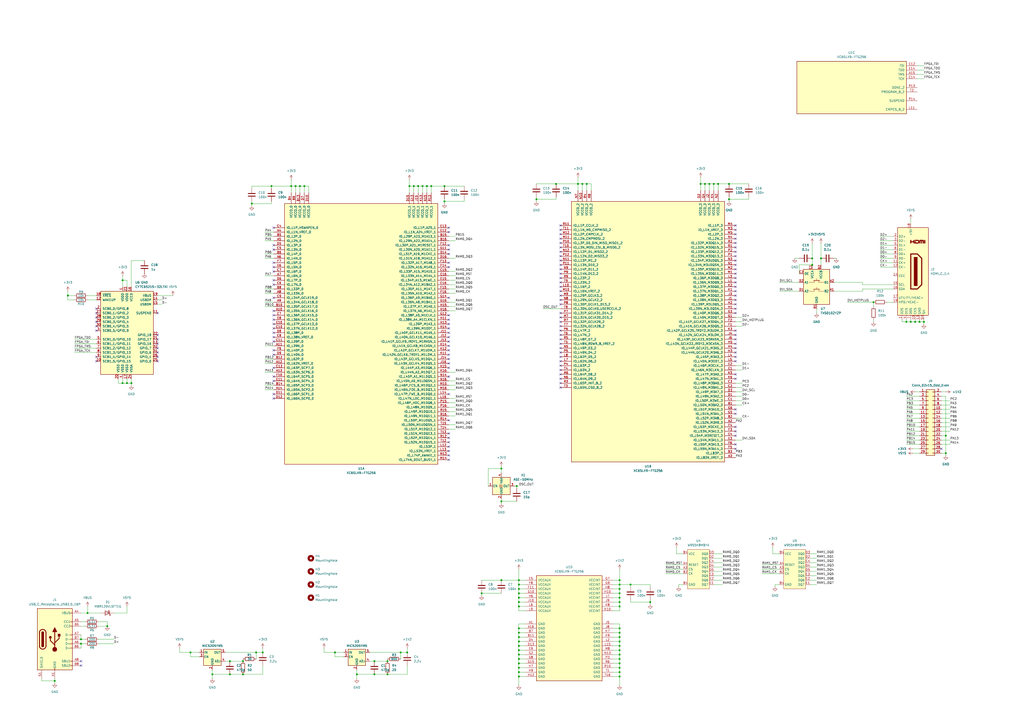
<source format=kicad_sch>
(kicad_sch (version 20231120) (generator "eeschema") (generator_version "8.0")
  (paper "A2")
  (title_block (title "CastleBox FPGA Sandbox"))
  (junction (at 414.02 106.68))
  (junction (at 300.99 367.03))
  (junction (at 359.41 387.35))
  (junction (at 300.99 351.79))
  (junction (at 71.12 222.25))
  (junction (at 416.56 106.68))
  (junction (at 148.59 378.46))
  (junction (at 300.99 379.73))
  (junction (at 359.41 339.09))
  (junction (at 422.91 115.57))
  (junction (at 548.64 252.73))
  (junction (at 359.41 374.65))
  (junction (at 359.41 384.81))
  (junction (at 322.58 106.68))
  (junction (at 300.99 346.71))
  (junction (at 530.86 186.69))
  (junction (at 194.31 378.46))
  (junction (at 359.41 372.11))
  (junction (at 242.57 107.95))
  (junction (at 176.53 107.95))
  (junction (at 359.41 389.89))
  (junction (at 422.91 106.68))
  (junction (at 300.99 382.27))
  (junction (at 359.41 351.79))
  (junction (at 290.83 271.78))
  (junction (at 335.28 106.68))
  (junction (at 408.94 106.68))
  (junction (at 359.41 392.43))
  (junction (at 359.41 346.71))
  (junction (at 411.48 106.68))
  (junction (at 290.83 290.83))
  (junction (at 359.41 349.25))
  (junction (at 71.12 162.56))
  (junction (at 377.19 349.25))
  (junction (at 359.41 367.03))
  (junction (at 359.41 369.57))
  (junction (at 290.83 336.55))
  (junction (at 46.99 370.84))
  (junction (at 548.64 262.89))
  (junction (at 300.99 341.63))
  (junction (at 237.49 107.95))
  (junction (at 207.01 391.16))
  (junction (at 157.48 107.95))
  (junction (at 300.99 349.25))
  (junction (at 359.41 364.49))
  (junction (at 300.99 384.81))
  (junction (at 359.41 377.19))
  (junction (at 535.94 186.69))
  (junction (at 140.97 391.16))
  (junction (at 133.35 383.54))
  (junction (at 359.41 382.27))
  (junction (at 299.72 281.94))
  (junction (at 300.99 387.35))
  (junction (at 506.73 175.26))
  (junction (at 240.03 107.95))
  (junction (at 140.97 383.54))
  (junction (at 62.23 363.22))
  (junction (at 173.99 107.95))
  (junction (at 471.17 153.67))
  (junction (at 525.78 186.69))
  (junction (at 123.19 391.16))
  (junction (at 279.4 344.17))
  (junction (at 73.66 222.25))
  (junction (at 528.32 186.69))
  (junction (at 76.2 222.25))
  (junction (at 217.17 383.54))
  (junction (at 31.75 394.97))
  (junction (at 406.4 106.68))
  (junction (at 257.81 116.84))
  (junction (at 250.19 107.95))
  (junction (at 257.81 107.95))
  (junction (at 300.99 374.65))
  (junction (at 359.41 341.63))
  (junction (at 168.91 107.95))
  (junction (at 337.82 106.68))
  (junction (at 300.99 336.55))
  (junction (at 232.41 378.46))
  (junction (at 171.45 107.95))
  (junction (at 224.79 391.16))
  (junction (at 300.99 369.57))
  (junction (at 300.99 372.11))
  (junction (at 133.35 391.16))
  (junction (at 359.41 336.55))
  (junction (at 365.76 339.09))
  (junction (at 247.65 107.95))
  (junction (at 300.99 339.09))
  (junction (at 311.15 115.57))
  (junction (at 300.99 344.17))
  (junction (at 340.36 106.68))
  (junction (at 39.37 171.45))
  (junction (at 300.99 389.89))
  (junction (at 110.49 378.46))
  (junction (at 533.4 186.69))
  (junction (at 300.99 392.43))
  (junction (at 359.41 344.17))
  (junction (at 300.99 377.19))
  (junction (at 46.99 373.38))
  (junction (at 152.4 378.46))
  (junction (at 471.17 149.86))
  (junction (at 50.8 355.6))
  (junction (at 245.11 107.95))
  (junction (at 300.99 364.49))
  (junction (at 359.41 379.73))
  (junction (at 236.22 378.46))
  (junction (at 224.79 383.54))
  (junction (at 217.17 391.16))
  (junction (at 146.05 118.11))
  (junction (at 476.25 149.86))
  (no_connect (at 158.75 180.34))
  (no_connect (at 260.35 210.82))
  (no_connect (at 91.44 199.39))
  (no_connect (at 325.12 130.81))
  (no_connect (at 158.75 154.94))
  (no_connect (at 426.72 156.21))
  (no_connect (at 426.72 207.01))
  (no_connect (at 426.72 158.75))
  (no_connect (at 325.12 173.99))
  (no_connect (at 426.72 171.45))
  (no_connect (at 325.12 156.21))
  (no_connect (at 55.88 181.61))
  (no_connect (at 260.35 200.66))
  (no_connect (at 260.35 195.58))
  (no_connect (at 426.72 196.85))
  (no_connect (at 426.72 209.55))
  (no_connect (at 325.12 189.23))
  (no_connect (at 260.35 147.32))
  (no_connect (at 158.75 144.78))
  (no_connect (at 91.44 196.85))
  (no_connect (at 55.88 191.77))
  (no_connect (at 260.35 132.08))
  (no_connect (at 158.75 205.74))
  (no_connect (at 260.35 256.54))
  (no_connect (at 260.35 213.36))
  (no_connect (at 260.35 251.46))
  (no_connect (at 325.12 161.29))
  (no_connect (at 91.44 194.31))
  (no_connect (at 325.12 209.55))
  (no_connect (at 158.75 203.2))
  (no_connect (at 260.35 152.4))
  (no_connect (at 325.12 151.13))
  (no_connect (at 325.12 135.89))
  (no_connect (at 260.35 134.62))
  (no_connect (at 426.72 176.53))
  (no_connect (at 260.35 182.88))
  (no_connect (at 158.75 162.56))
  (no_connect (at 426.72 179.07))
  (no_connect (at 55.88 207.01))
  (no_connect (at 55.88 186.69))
  (no_connect (at 426.72 181.61))
  (no_connect (at 426.72 143.51))
  (no_connect (at 325.12 181.61))
  (no_connect (at 426.72 148.59))
  (no_connect (at 260.35 261.62))
  (no_connect (at 426.72 161.29))
  (no_connect (at 426.72 201.93))
  (no_connect (at 426.72 168.91))
  (no_connect (at 158.75 195.58))
  (no_connect (at 426.72 260.35))
  (no_connect (at 158.75 142.24))
  (no_connect (at 158.75 157.48))
  (no_connect (at 426.72 257.81))
  (no_connect (at 325.12 133.35))
  (no_connect (at 158.75 218.44))
  (no_connect (at 426.72 247.65))
  (no_connect (at 260.35 198.12))
  (no_connect (at 158.75 182.88))
  (no_connect (at 426.72 146.05))
  (no_connect (at 260.35 266.7))
  (no_connect (at 426.72 219.71))
  (no_connect (at 158.75 190.5))
  (no_connect (at 46.99 386.08))
  (no_connect (at 426.72 194.31))
  (no_connect (at 325.12 204.47))
  (no_connect (at 158.75 231.14))
  (no_connect (at 426.72 240.03))
  (no_connect (at 325.12 171.45))
  (no_connect (at 325.12 199.39))
  (no_connect (at 426.72 252.73))
  (no_connect (at 260.35 144.78))
  (no_connect (at 426.72 199.39))
  (no_connect (at 55.88 179.07))
  (no_connect (at 426.72 138.43))
  (no_connect (at 158.75 185.42))
  (no_connect (at 426.72 130.81))
  (no_connect (at 260.35 193.04))
  (no_connect (at 325.12 196.85))
  (no_connect (at 426.72 191.77))
  (no_connect (at 426.72 237.49))
  (no_connect (at 260.35 243.84))
  (no_connect (at 325.12 224.79))
  (no_connect (at 158.75 213.36))
  (no_connect (at 260.35 228.6))
  (no_connect (at 325.12 138.43))
  (no_connect (at 158.75 228.6))
  (no_connect (at 325.12 191.77))
  (no_connect (at 260.35 185.42))
  (no_connect (at 426.72 133.35))
  (no_connect (at 325.12 219.71))
  (no_connect (at 260.35 218.44))
  (no_connect (at 91.44 207.01))
  (no_connect (at 260.35 264.16))
  (no_connect (at 158.75 165.1))
  (no_connect (at 260.35 142.24))
  (no_connect (at 325.12 212.09))
  (no_connect (at 325.12 158.75))
  (no_connect (at 260.35 187.96))
  (no_connect (at 426.72 135.89))
  (no_connect (at 426.72 217.17))
  (no_connect (at 426.72 163.83))
  (no_connect (at 325.12 186.69))
  (no_connect (at 325.12 194.31))
  (no_connect (at 325.12 146.05))
  (no_connect (at 260.35 172.72))
  (no_connect (at 91.44 201.93))
  (no_connect (at 260.35 154.94))
  (no_connect (at 55.88 189.23))
  (no_connect (at 546.1 260.35))
  (no_connect (at 325.12 166.37))
  (no_connect (at 325.12 217.17))
  (no_connect (at 325.12 207.01))
  (no_connect (at 158.75 172.72))
  (no_connect (at 325.12 163.83))
  (no_connect (at 158.75 152.4))
  (no_connect (at 260.35 259.08))
  (no_connect (at 55.88 209.55))
  (no_connect (at 426.72 173.99))
  (no_connect (at 91.44 204.47))
  (no_connect (at 325.12 140.97))
  (no_connect (at 325.12 214.63))
  (no_connect (at 426.72 151.13))
  (no_connect (at 325.12 222.25))
  (no_connect (at 325.12 143.51))
  (no_connect (at 260.35 190.5))
  (no_connect (at 260.35 203.2))
  (no_connect (at 260.35 205.74))
  (no_connect (at 325.12 176.53))
  (no_connect (at 260.35 254))
  (no_connect (at 325.12 148.59))
  (no_connect (at 426.72 204.47))
  (no_connect (at 426.72 140.97))
  (no_connect (at 325.12 153.67))
  (no_connect (at 158.75 187.96))
  (no_connect (at 55.88 184.15))
  (no_connect (at 426.72 153.67))
  (no_connect (at 325.12 184.15))
  (no_connect (at 260.35 208.28))
  (no_connect (at 325.12 201.93))
  (no_connect (at 426.72 166.37))
  (no_connect (at 91.44 209.55))
  (no_connect (at 158.75 198.12))
  (no_connect (at 426.72 250.19))
  (no_connect (at 158.75 132.08))
  (no_connect (at 91.44 181.61))
  (no_connect (at 158.75 220.98))
  (no_connect (at 46.99 383.54))
  (no_connect (at 325.12 168.91))
  (no_connect (at 158.75 193.04))
  (wire (pts (xy 359.41 339.09) (xy 359.41 341.63)))
  (wire (pts (xy 355.6 351.79) (xy 359.41 351.79)))
  (wire (pts (xy 416.56 106.68) (xy 422.91 106.68)))
  (wire (pts (xy 168.91 107.95) (xy 171.45 107.95)))
  (wire (pts (xy 300.99 341.63) (xy 300.99 344.17)))
  (wire (pts (xy 57.15 370.84) (xy 66.04 370.84)))
  (wire (pts (xy 279.4 336.55) (xy 290.83 336.55)))
  (wire (pts (xy 452.12 163.83) (xy 463.55 163.83)))
  (wire (pts (xy 168.91 104.14) (xy 168.91 107.95)))
  (wire (pts (xy 359.41 382.27) (xy 359.41 384.81)))
  (wire (pts (xy 529.59 260.35) (xy 533.4 260.35)))
  (wire (pts (xy 359.41 351.79) (xy 359.41 354.33)))
  (wire (pts (xy 43.18 199.39) (xy 55.88 199.39)))
  (wire (pts (xy 153.67 170.18) (xy 158.75 170.18)))
  (wire (pts (xy 110.49 381) (xy 110.49 378.46)))
  (wire (pts (xy 300.99 387.35) (xy 304.8 387.35)))
  (wire (pts (xy 250.19 107.95) (xy 247.65 107.95)))
  (wire (pts (xy 525.78 186.69) (xy 528.32 186.69)))
  (wire (pts (xy 463.55 153.67) (xy 471.17 153.67)))
  (wire (pts (xy 525.78 229.87) (xy 533.4 229.87)))
  (wire (pts (xy 426.72 224.79) (xy 430.53 224.79)))
  (wire (pts (xy 473.71 323.85) (xy 469.9 323.85)))
  (wire (pts (xy 260.35 226.06) (xy 264.16 226.06)))
  (wire (pts (xy 242.57 107.95) (xy 245.11 107.95)))
  (wire (pts (xy 245.11 107.95) (xy 247.65 107.95)))
  (wire (pts (xy 300.99 382.27) (xy 300.99 384.81)))
  (wire (pts (xy 441.96 330.2) (xy 452.12 330.2)))
  (wire (pts (xy 510.54 139.7) (xy 518.16 139.7)))
  (wire (pts (xy 250.19 107.95) (xy 257.81 107.95)))
  (wire (pts (xy 269.24 115.57) (xy 269.24 116.84)))
  (wire (pts (xy 300.99 364.49) (xy 300.99 367.03)))
  (wire (pts (xy 448.31 321.31) (xy 452.12 321.31)))
  (wire (pts (xy 300.99 364.49) (xy 304.8 364.49)))
  (wire (pts (xy 115.57 381) (xy 110.49 381)))
  (wire (pts (xy 194.31 381) (xy 194.31 378.46)))
  (wire (pts (xy 386.08 327.66) (xy 396.24 327.66)))
  (wire (pts (xy 76.2 222.25) (xy 76.2 223.52)))
  (wire (pts (xy 300.99 344.17) (xy 304.8 344.17)))
  (wire (pts (xy 551.18 234.95) (xy 546.1 234.95)))
  (wire (pts (xy 342.9 106.68) (xy 342.9 110.49)))
  (wire (pts (xy 152.4 391.16) (xy 140.97 391.16)))
  (wire (pts (xy 426.72 186.69) (xy 430.53 186.69)))
  (wire (pts (xy 525.78 245.11) (xy 533.4 245.11)))
  (wire (pts (xy 260.35 231.14) (xy 264.16 231.14)))
  (wire (pts (xy 359.41 361.95) (xy 355.6 361.95)))
  (wire (pts (xy 548.64 252.73) (xy 548.64 229.87)))
  (wire (pts (xy 217.17 383.54) (xy 224.79 383.54)))
  (wire (pts (xy 39.37 171.45) (xy 43.18 171.45)))
  (wire (pts (xy 283.21 271.78) (xy 290.83 271.78)))
  (wire (pts (xy 146.05 116.84) (xy 146.05 118.11)))
  (wire (pts (xy 104.14 375.92) (xy 104.14 378.46)))
  (wire (pts (xy 337.82 106.68) (xy 340.36 106.68)))
  (wire (pts (xy 476.25 149.86) (xy 476.25 153.67)))
  (wire (pts (xy 91.44 176.53) (xy 93.98 176.53)))
  (wire (pts (xy 392.43 317.5) (xy 392.43 321.31)))
  (wire (pts (xy 510.54 154.94) (xy 518.16 154.94)))
  (wire (pts (xy 260.35 233.68) (xy 264.16 233.68)))
  (wire (pts (xy 322.58 114.3) (xy 322.58 115.57)))
  (wire (pts (xy 50.8 355.6) (xy 58.42 355.6)))
  (wire (pts (xy 43.18 201.93) (xy 55.88 201.93)))
  (wire (pts (xy 422.91 106.68) (xy 434.34 106.68)))
  (wire (pts (xy 153.67 208.28) (xy 158.75 208.28)))
  (wire (pts (xy 426.72 189.23) (xy 430.53 189.23)))
  (wire (pts (xy 300.99 389.89) (xy 304.8 389.89)))
  (wire (pts (xy 500.38 165.1) (xy 500.38 163.83)))
  (wire (pts (xy 260.35 180.34) (xy 264.16 180.34)))
  (wire (pts (xy 300.99 372.11) (xy 300.99 374.65)))
  (wire (pts (xy 416.56 110.49) (xy 416.56 106.68)))
  (wire (pts (xy 311.15 115.57) (xy 322.58 115.57)))
  (wire (pts (xy 359.41 372.11) (xy 355.6 372.11)))
  (wire (pts (xy 510.54 149.86) (xy 518.16 149.86)))
  (wire (pts (xy 260.35 223.52) (xy 264.16 223.52)))
  (wire (pts (xy 39.37 171.45) (xy 39.37 168.91)))
  (wire (pts (xy 232.41 378.46) (xy 232.41 382.27)))
  (wire (pts (xy 546.1 227.33) (xy 548.64 227.33)))
  (wire (pts (xy 260.35 215.9) (xy 264.16 215.9)))
  (wire (pts (xy 299.72 281.94) (xy 300.99 281.94)))
  (wire (pts (xy 43.18 204.47) (xy 55.88 204.47)))
  (wire (pts (xy 279.4 344.17) (xy 279.4 345.44)))
  (wire (pts (xy 153.67 134.62) (xy 158.75 134.62)))
  (wire (pts (xy 551.18 245.11) (xy 546.1 245.11)))
  (wire (pts (xy 300.99 339.09) (xy 304.8 339.09)))
  (wire (pts (xy 153.67 149.86) (xy 158.75 149.86)))
  (wire (pts (xy 340.36 106.68) (xy 342.9 106.68)))
  (wire (pts (xy 359.41 382.27) (xy 355.6 382.27)))
  (wire (pts (xy 207.01 388.62) (xy 207.01 391.16)))
  (wire (pts (xy 148.59 378.46) (xy 152.4 378.46)))
  (wire (pts (xy 426.72 184.15) (xy 430.53 184.15)))
  (wire (pts (xy 359.41 384.81) (xy 355.6 384.81)))
  (wire (pts (xy 476.25 140.97) (xy 476.25 149.86)))
  (wire (pts (xy 300.99 367.03) (xy 304.8 367.03)))
  (wire (pts (xy 71.12 219.71) (xy 71.12 222.25)))
  (wire (pts (xy 525.78 237.49) (xy 533.4 237.49)))
  (wire (pts (xy 300.99 361.95) (xy 300.99 364.49)))
  (wire (pts (xy 355.6 346.71) (xy 359.41 346.71)))
  (wire (pts (xy 153.67 139.7) (xy 158.75 139.7)))
  (wire (pts (xy 473.71 331.47) (xy 469.9 331.47)))
  (wire (pts (xy 260.35 175.26) (xy 264.16 175.26)))
  (wire (pts (xy 365.76 349.25) (xy 377.19 349.25)))
  (wire (pts (xy 300.99 354.33) (xy 304.8 354.33)))
  (wire (pts (xy 533.4 185.42) (xy 533.4 186.69)))
  (wire (pts (xy 426.72 255.27) (xy 430.53 255.27)))
  (wire (pts (xy 50.8 355.6) (xy 46.99 355.6)))
  (wire (pts (xy 260.35 170.18) (xy 264.16 170.18)))
  (wire (pts (xy 300.99 387.35) (xy 300.99 389.89)))
  (wire (pts (xy 298.45 281.94) (xy 299.72 281.94)))
  (wire (pts (xy 419.1 321.31) (xy 414.02 321.31)))
  (wire (pts (xy 260.35 165.1) (xy 264.16 165.1)))
  (wire (pts (xy 359.41 387.35) (xy 355.6 387.35)))
  (wire (pts (xy 506.73 175.26) (xy 506.73 177.8)))
  (wire (pts (xy 426.72 227.33) (xy 430.53 227.33)))
  (wire (pts (xy 76.2 151.13) (xy 83.82 151.13)))
  (wire (pts (xy 46.99 373.38) (xy 46.99 375.92)))
  (wire (pts (xy 214.63 383.54) (xy 217.17 383.54)))
  (wire (pts (xy 130.81 383.54) (xy 133.35 383.54)))
  (wire (pts (xy 260.35 241.3) (xy 264.16 241.3)))
  (wire (pts (xy 322.58 106.68) (xy 335.28 106.68)))
  (wire (pts (xy 237.49 107.95) (xy 240.03 107.95)))
  (wire (pts (xy 463.55 158.75) (xy 463.55 153.67)))
  (wire (pts (xy 300.99 349.25) (xy 304.8 349.25)))
  (wire (pts (xy 300.99 392.43) (xy 304.8 392.43)))
  (wire (pts (xy 260.35 157.48) (xy 264.16 157.48)))
  (wire (pts (xy 300.99 341.63) (xy 304.8 341.63)))
  (wire (pts (xy 299.72 281.94) (xy 299.72 283.21)))
  (wire (pts (xy 359.41 361.95) (xy 359.41 364.49)))
  (wire (pts (xy 24.13 394.97) (xy 24.13 393.7)))
  (wire (pts (xy 300.99 374.65) (xy 300.99 377.19)))
  (wire (pts (xy 510.54 147.32) (xy 518.16 147.32)))
  (wire (pts (xy 173.99 107.95) (xy 173.99 111.76)))
  (wire (pts (xy 419.1 334.01) (xy 414.02 334.01)))
  (wire (pts (xy 483.87 168.91) (xy 500.38 168.91)))
  (wire (pts (xy 46.99 363.22) (xy 49.53 363.22)))
  (wire (pts (xy 245.11 107.95) (xy 245.11 111.76)))
  (wire (pts (xy 153.67 200.66) (xy 158.75 200.66)))
  (wire (pts (xy 471.17 149.86) (xy 471.17 153.67)))
  (wire (pts (xy 290.83 336.55) (xy 300.99 336.55)))
  (wire (pts (xy 300.99 349.25) (xy 300.99 351.79)))
  (wire (pts (xy 71.12 222.25) (xy 73.66 222.25)))
  (wire (pts (xy 207.01 391.16) (xy 207.01 393.7)))
  (wire (pts (xy 359.41 379.73) (xy 359.41 382.27)))
  (wire (pts (xy 359.41 392.43) (xy 355.6 392.43)))
  (wire (pts (xy 506.73 185.42) (xy 506.73 186.69)))
  (wire (pts (xy 359.41 387.35) (xy 359.41 389.89)))
  (wire (pts (xy 290.83 290.83) (xy 299.72 290.83)))
  (wire (pts (xy 31.75 394.97) (xy 24.13 394.97)))
  (wire (pts (xy 300.99 367.03) (xy 300.99 369.57)))
  (wire (pts (xy 386.08 332.74) (xy 396.24 332.74)))
  (wire (pts (xy 377.19 347.98) (xy 377.19 349.25)))
  (wire (pts (xy 419.1 331.47) (xy 414.02 331.47)))
  (wire (pts (xy 260.35 149.86) (xy 264.16 149.86)))
  (wire (pts (xy 525.78 255.27) (xy 533.4 255.27)))
  (wire (pts (xy 377.19 339.09) (xy 365.76 339.09)))
  (wire (pts (xy 300.99 377.19) (xy 304.8 377.19)))
  (wire (pts (xy 500.38 168.91) (xy 500.38 167.64)))
  (wire (pts (xy 548.64 264.16) (xy 548.64 262.89)))
  (wire (pts (xy 359.41 389.89) (xy 359.41 392.43)))
  (wire (pts (xy 355.6 354.33) (xy 359.41 354.33)))
  (wire (pts (xy 57.15 360.68) (xy 62.23 360.68)))
  (wire (pts (xy 426.72 242.57) (xy 430.53 242.57)))
  (wire (pts (xy 91.44 173.99) (xy 93.98 173.99)))
  (wire (pts (xy 551.18 257.81) (xy 546.1 257.81)))
  (wire (pts (xy 419.1 339.09) (xy 414.02 339.09)))
  (wire (pts (xy 152.4 375.92) (xy 152.4 378.46)))
  (wire (pts (xy 290.83 271.78) (xy 290.83 274.32)))
  (wire (pts (xy 473.71 339.09) (xy 469.9 339.09)))
  (wire (pts (xy 525.78 185.42) (xy 525.78 186.69)))
  (wire (pts (xy 140.97 391.16) (xy 133.35 391.16)))
  (wire (pts (xy 71.12 162.56) (xy 71.12 166.37)))
  (wire (pts (xy 153.67 177.8) (xy 158.75 177.8)))
  (wire (pts (xy 355.6 349.25) (xy 359.41 349.25)))
  (wire (pts (xy 168.91 107.95) (xy 157.48 107.95)))
  (wire (pts (xy 236.22 386.08) (xy 236.22 391.16)))
  (wire (pts (xy 73.66 166.37) (xy 73.66 162.56)))
  (wire (pts (xy 419.1 328.93) (xy 414.02 328.93)))
  (wire (pts (xy 359.41 336.55) (xy 359.41 339.09)))
  (wire (pts (xy 355.6 344.17) (xy 359.41 344.17)))
  (wire (pts (xy 441.96 327.66) (xy 452.12 327.66)))
  (wire (pts (xy 153.67 226.06) (xy 158.75 226.06)))
  (wire (pts (xy 173.99 107.95) (xy 176.53 107.95)))
  (wire (pts (xy 311.15 114.3) (xy 311.15 115.57)))
  (wire (pts (xy 416.56 106.68) (xy 414.02 106.68)))
  (wire (pts (xy 300.99 351.79) (xy 304.8 351.79)))
  (wire (pts (xy 260.35 160.02) (xy 264.16 160.02)))
  (wire (pts (xy 523.24 186.69) (xy 525.78 186.69)))
  (wire (pts (xy 46.99 373.38) (xy 49.53 373.38)))
  (wire (pts (xy 528.32 185.42) (xy 528.32 186.69)))
  (wire (pts (xy 290.83 289.56) (xy 290.83 290.83)))
  (wire (pts (xy 340.36 106.68) (xy 340.36 110.49)))
  (wire (pts (xy 359.41 377.19) (xy 355.6 377.19)))
  (wire (pts (xy 283.21 281.94) (xy 283.21 271.78)))
  (wire (pts (xy 300.99 361.95) (xy 304.8 361.95)))
  (wire (pts (xy 187.96 378.46) (xy 194.31 378.46)))
  (wire (pts (xy 146.05 118.11) (xy 157.48 118.11)))
  (wire (pts (xy 355.6 336.55) (xy 359.41 336.55)))
  (wire (pts (xy 426.72 212.09) (xy 430.53 212.09)))
  (wire (pts (xy 300.99 382.27) (xy 304.8 382.27)))
  (wire (pts (xy 290.83 270.51) (xy 290.83 271.78)))
  (wire (pts (xy 426.72 222.25) (xy 430.53 222.25)))
  (wire (pts (xy 91.44 171.45) (xy 100.33 171.45)))
  (wire (pts (xy 260.35 139.7) (xy 264.16 139.7)))
  (wire (pts (xy 50.8 171.45) (xy 55.88 171.45)))
  (wire (pts (xy 426.72 214.63) (xy 430.53 214.63)))
  (wire (pts (xy 214.63 378.46) (xy 232.41 378.46)))
  (wire (pts (xy 335.28 106.68) (xy 337.82 106.68)))
  (wire (pts (xy 171.45 107.95) (xy 173.99 107.95)))
  (wire (pts (xy 359.41 369.57) (xy 359.41 372.11)))
  (wire (pts (xy 140.97 382.27) (xy 140.97 383.54)))
  (wire (pts (xy 419.1 326.39) (xy 414.02 326.39)))
  (wire (pts (xy 76.2 166.37) (xy 76.2 151.13)))
  (wire (pts (xy 525.78 242.57) (xy 533.4 242.57)))
  (wire (pts (xy 157.48 107.95) (xy 146.05 107.95)))
  (wire (pts (xy 419.1 336.55) (xy 414.02 336.55)))
  (wire (pts (xy 260.35 246.38) (xy 264.16 246.38)))
  (wire (pts (xy 46.99 370.84) (xy 49.53 370.84)))
  (wire (pts (xy 43.18 196.85) (xy 55.88 196.85)))
  (wire (pts (xy 240.03 107.95) (xy 240.03 111.76)))
  (wire (pts (xy 359.41 346.71) (xy 359.41 349.25)))
  (wire (pts (xy 146.05 107.95) (xy 146.05 109.22)))
  (wire (pts (xy 406.4 106.68) (xy 408.94 106.68)))
  (wire (pts (xy 510.54 144.78) (xy 518.16 144.78)))
  (wire (pts (xy 257.81 107.95) (xy 269.24 107.95)))
  (wire (pts (xy 510.54 142.24) (xy 518.16 142.24)))
  (wire (pts (xy 473.71 334.01) (xy 469.9 334.01)))
  (wire (pts (xy 518.16 165.1) (xy 500.38 165.1)))
  (wire (pts (xy 377.19 340.36) (xy 377.19 339.09)))
  (wire (pts (xy 260.35 248.92) (xy 264.16 248.92)))
  (wire (pts (xy 153.67 137.16) (xy 158.75 137.16)))
  (wire (pts (xy 148.59 378.46) (xy 148.59 382.27)))
  (wire (pts (xy 153.67 215.9) (xy 158.75 215.9)))
  (wire (pts (xy 300.99 351.79) (xy 300.99 354.33)))
  (wire (pts (xy 50.8 173.99) (xy 55.88 173.99)))
  (wire (pts (xy 355.6 341.63) (xy 359.41 341.63)))
  (wire (pts (xy 392.43 321.31) (xy 396.24 321.31)))
  (wire (pts (xy 194.31 378.46) (xy 199.39 378.46)))
  (wire (pts (xy 236.22 375.92) (xy 236.22 378.46)))
  (wire (pts (xy 260.35 220.98) (xy 264.16 220.98)))
  (wire (pts (xy 300.99 339.09) (xy 300.99 341.63)))
  (wire (pts (xy 300.99 330.2) (xy 300.99 336.55)))
  (wire (pts (xy 50.8 351.79) (xy 50.8 355.6)))
  (wire (pts (xy 514.35 175.26) (xy 518.16 175.26)))
  (wire (pts (xy 71.12 160.02) (xy 71.12 162.56)))
  (wire (pts (xy 57.15 373.38) (xy 66.04 373.38)))
  (wire (pts (xy 68.58 219.71) (xy 68.58 222.25)))
  (wire (pts (xy 365.76 347.98) (xy 365.76 349.25)))
  (wire (pts (xy 257.81 115.57) (xy 257.81 116.84)))
  (wire (pts (xy 551.18 255.27) (xy 546.1 255.27)))
  (wire (pts (xy 300.99 346.71) (xy 300.99 349.25)))
  (wire (pts (xy 311.15 106.68) (xy 322.58 106.68)))
  (wire (pts (xy 473.71 328.93) (xy 469.9 328.93)))
  (wire (pts (xy 232.41 378.46) (xy 236.22 378.46)))
  (wire (pts (xy 535.94 40.64) (xy 532.13 40.64)))
  (wire (pts (xy 359.41 339.09) (xy 365.76 339.09)))
  (wire (pts (xy 31.75 393.7) (xy 31.75 394.97)))
  (wire (pts (xy 525.78 250.19) (xy 533.4 250.19)))
  (wire (pts (xy 430.53 234.95) (xy 426.72 234.95)))
  (wire (pts (xy 300.99 369.57) (xy 300.99 372.11)))
  (wire (pts (xy 500.38 167.64) (xy 518.16 167.64)))
  (wire (pts (xy 76.2 219.71) (xy 76.2 222.25)))
  (wire (pts (xy 359.41 364.49) (xy 355.6 364.49)))
  (wire (pts (xy 546.1 262.89) (xy 548.64 262.89)))
  (wire (pts (xy 337.82 106.68) (xy 337.82 110.49)))
  (wire (pts (xy 146.05 118.11) (xy 146.05 119.38)))
  (wire (pts (xy 359.41 392.43) (xy 359.41 397.51)))
  (wire (pts (xy 300.99 392.43) (xy 300.99 397.51)))
  (wire (pts (xy 236.22 391.16) (xy 224.79 391.16)))
  (wire (pts (xy 242.57 107.95) (xy 242.57 111.76)))
  (wire (pts (xy 300.99 374.65) (xy 304.8 374.65)))
  (wire (pts (xy 359.41 344.17) (xy 359.41 346.71)))
  (wire (pts (xy 471.17 140.97) (xy 471.17 149.86)))
  (wire (pts (xy 535.94 38.1) (xy 532.13 38.1)))
  (wire (pts (xy 123.19 388.62) (xy 123.19 391.16)))
  (wire (pts (xy 237.49 104.14) (xy 237.49 107.95)))
  (wire (pts (xy 207.01 391.16) (xy 217.17 391.16)))
  (wire (pts (xy 62.23 360.68) (xy 62.23 363.22)))
  (wire (pts (xy 510.54 137.16) (xy 518.16 137.16)))
  (wire (pts (xy 461.01 149.86) (xy 463.55 149.86)))
  (wire (pts (xy 434.34 114.3) (xy 434.34 115.57)))
  (wire (pts (xy 57.15 363.22) (xy 62.23 363.22)))
  (wire (pts (xy 528.32 127) (xy 528.32 129.54)))
  (wire (pts (xy 73.66 162.56) (xy 71.12 162.56)))
  (wire (pts (xy 46.99 368.3) (xy 46.99 370.84)))
  (wire (pts (xy 473.71 336.55) (xy 469.9 336.55)))
  (wire (pts (xy 411.48 106.68) (xy 411.48 110.49)))
  (wire (pts (xy 217.17 391.16) (xy 224.79 391.16)))
  (wire (pts (xy 130.81 378.46) (xy 148.59 378.46)))
  (wire (pts (xy 525.78 247.65) (xy 533.4 247.65)))
  (wire (pts (xy 153.67 147.32) (xy 158.75 147.32)))
  (wire (pts (xy 535.94 186.69) (xy 535.94 187.96)))
  (wire (pts (xy 176.53 107.95) (xy 176.53 111.76)))
  (wire (pts (xy 73.66 351.79) (xy 73.66 355.6)))
  (wire (pts (xy 168.91 107.95) (xy 168.91 111.76)))
  (wire (pts (xy 359.41 341.63) (xy 359.41 344.17)))
  (wire (pts (xy 260.35 137.16) (xy 264.16 137.16)))
  (wire (pts (xy 260.35 162.56) (xy 264.16 162.56)))
  (wire (pts (xy 530.86 227.33) (xy 533.4 227.33)))
  (wire (pts (xy 548.64 252.73) (xy 546.1 252.73)))
  (wire (pts (xy 104.14 378.46) (xy 110.49 378.46)))
  (wire (pts (xy 548.64 262.89) (xy 548.64 252.73)))
  (wire (pts (xy 406.4 102.87) (xy 406.4 106.68)))
  (wire (pts (xy 237.49 107.95) (xy 237.49 111.76)))
  (wire (pts (xy 73.66 219.71) (xy 73.66 222.25)))
  (wire (pts (xy 422.91 115.57) (xy 434.34 115.57)))
  (wire (pts (xy 314.96 179.07) (xy 325.12 179.07)))
  (wire (pts (xy 551.18 237.49) (xy 546.1 237.49)))
  (wire (pts (xy 300.99 344.17) (xy 300.99 346.71)))
  (wire (pts (xy 510.54 152.4) (xy 518.16 152.4)))
  (wire (pts (xy 355.6 339.09) (xy 359.41 339.09)))
  (wire (pts (xy 300.99 336.55) (xy 300.99 339.09)))
  (wire (pts (xy 257.81 116.84) (xy 269.24 116.84)))
  (wire (pts (xy 240.03 107.95) (xy 242.57 107.95)))
  (wire (pts (xy 43.18 173.99) (xy 39.37 173.99)))
  (wire (pts (xy 153.67 175.26) (xy 158.75 175.26)))
  (wire (pts (xy 393.7 339.09) (xy 393.7 340.36)))
  (wire (pts (xy 133.35 383.54) (xy 140.97 383.54)))
  (wire (pts (xy 525.78 252.73) (xy 533.4 252.73)))
  (wire (pts (xy 386.08 330.2) (xy 396.24 330.2)))
  (wire (pts (xy 548.64 229.87) (xy 546.1 229.87)))
  (wire (pts (xy 535.94 45.72) (xy 532.13 45.72)))
  (wire (pts (xy 530.86 186.69) (xy 533.4 186.69)))
  (wire (pts (xy 260.35 236.22) (xy 264.16 236.22)))
  (wire (pts (xy 260.35 177.8) (xy 264.16 177.8)))
  (wire (pts (xy 473.71 326.39) (xy 469.9 326.39)))
  (wire (pts (xy 187.96 375.92) (xy 187.96 378.46)))
  (wire (pts (xy 525.78 232.41) (xy 533.4 232.41)))
  (wire (pts (xy 426.72 229.87) (xy 430.53 229.87)))
  (wire (pts (xy 551.18 240.03) (xy 546.1 240.03)))
  (wire (pts (xy 110.49 378.46) (xy 115.57 378.46)))
  (wire (pts (xy 396.24 339.09) (xy 393.7 339.09)))
  (wire (pts (xy 73.66 222.25) (xy 76.2 222.25)))
  (wire (pts (xy 525.78 240.03) (xy 533.4 240.03)))
  (wire (pts (xy 157.48 107.95) (xy 157.48 109.22)))
  (wire (pts (xy 250.19 111.76) (xy 250.19 107.95)))
  (wire (pts (xy 359.41 349.25) (xy 359.41 351.79)))
  (wire (pts (xy 359.41 379.73) (xy 355.6 379.73)))
  (wire (pts (xy 452.12 168.91) (xy 463.55 168.91)))
  (wire (pts (xy 448.31 317.5) (xy 448.31 321.31)))
  (wire (pts (xy 359.41 367.03) (xy 355.6 367.03)))
  (wire (pts (xy 257.81 116.84) (xy 257.81 118.11)))
  (wire (pts (xy 408.94 106.68) (xy 408.94 110.49)))
  (wire (pts (xy 359.41 372.11) (xy 359.41 374.65)))
  (wire (pts (xy 411.48 106.68) (xy 414.02 106.68)))
  (wire (pts (xy 359.41 369.57) (xy 355.6 369.57)))
  (wire (pts (xy 551.18 232.41) (xy 546.1 232.41)))
  (wire (pts (xy 551.18 242.57) (xy 546.1 242.57)))
  (wire (pts (xy 408.94 106.68) (xy 411.48 106.68)))
  (wire (pts (xy 422.91 115.57) (xy 422.91 116.84)))
  (wire (pts (xy 300.99 384.81) (xy 300.99 387.35)))
  (wire (pts (xy 533.4 186.69) (xy 535.94 186.69)))
  (wire (pts (xy 260.35 238.76) (xy 264.16 238.76)))
  (wire (pts (xy 171.45 107.95) (xy 171.45 111.76)))
  (wire (pts (xy 452.12 339.09) (xy 449.58 339.09)))
  (wire (pts (xy 311.15 115.57) (xy 311.15 116.84)))
  (wire (pts (xy 359.41 367.03) (xy 359.41 369.57)))
  (wire (pts (xy 68.58 222.25) (xy 71.12 222.25)))
  (wire (pts (xy 39.37 173.99) (xy 39.37 171.45)))
  (wire (pts (xy 157.48 116.84) (xy 157.48 118.11)))
  (wire (pts (xy 359.41 364.49) (xy 359.41 367.03)))
  (wire (pts (xy 528.32 186.69) (xy 530.86 186.69)))
  (wire (pts (xy 359.41 374.65) (xy 355.6 374.65)))
  (wire (pts (xy 422.91 114.3) (xy 422.91 115.57)))
  (wire (pts (xy 551.18 250.19) (xy 546.1 250.19)))
  (wire (pts (xy 153.67 210.82) (xy 158.75 210.82)))
  (wire (pts (xy 377.19 349.25) (xy 377.19 350.52)))
  (wire (pts (xy 153.67 160.02) (xy 158.75 160.02)))
  (wire (pts (xy 406.4 106.68) (xy 406.4 110.49)))
  (wire (pts (xy 300.99 384.81) (xy 304.8 384.81)))
  (wire (pts (xy 491.49 175.26) (xy 506.73 175.26)))
  (wire (pts (xy 300.99 372.11) (xy 304.8 372.11)))
  (wire (pts (xy 473.71 179.07) (xy 473.71 181.61)))
  (wire (pts (xy 335.28 102.87) (xy 335.28 106.68)))
  (wire (pts (xy 300.99 336.55) (xy 304.8 336.55)))
  (wire (pts (xy 359.41 389.89) (xy 355.6 389.89)))
  (wire (pts (xy 73.66 355.6) (xy 66.04 355.6)))
  (wire (pts (xy 359.41 330.2) (xy 359.41 336.55)))
  (wire (pts (xy 426.72 232.41) (xy 430.53 232.41)))
  (wire (pts (xy 525.78 234.95) (xy 533.4 234.95)))
  (wire (pts (xy 500.38 163.83) (xy 483.87 163.83)))
  (wire (pts (xy 224.79 382.27) (xy 224.79 383.54)))
  (wire (pts (xy 530.86 185.42) (xy 530.86 186.69)))
  (wire (pts (xy 46.99 360.68) (xy 49.53 360.68)))
  (wire (pts (xy 473.71 321.31) (xy 469.9 321.31)))
  (wire (pts (xy 260.35 167.64) (xy 264.16 167.64)))
  (wire (pts (xy 365.76 340.36) (xy 365.76 339.09)))
  (wire (pts (xy 359.41 374.65) (xy 359.41 377.19)))
  (wire (pts (xy 31.75 394.97) (xy 31.75 396.24)))
  (wire (pts (xy 535.94 43.18) (xy 532.13 43.18)))
  (wire (pts (xy 529.59 262.89) (xy 533.4 262.89)))
  (wire (pts (xy 419.1 323.85) (xy 414.02 323.85)))
  (wire (pts (xy 152.4 386.08) (xy 152.4 391.16)))
  (wire (pts (xy 247.65 107.95) (xy 247.65 111.76)))
  (wire (pts (xy 359.41 377.19) (xy 359.41 379.73)))
  (wire (pts (xy 176.53 107.95) (xy 179.07 107.95)))
  (wire (pts (xy 414.02 106.68) (xy 414.02 110.49)))
  (wire (pts (xy 300.99 389.89) (xy 300.99 392.43)))
  (wire (pts (xy 300.99 379.73) (xy 300.99 382.27)))
  (wire (pts (xy 290.83 290.83) (xy 290.83 292.1)))
  (wire (pts (xy 441.96 332.74) (xy 452.12 332.74)))
  (wire (pts (xy 300.99 377.19) (xy 300.99 379.73)))
  (wire (pts (xy 551.18 247.65) (xy 546.1 247.65)))
  (wire (pts (xy 359.41 384.81) (xy 359.41 387.35)))
  (wire (pts (xy 300.99 369.57) (xy 304.8 369.57)))
  (wire (pts (xy 523.24 185.42) (xy 523.24 186.69)))
  (wire (pts (xy 335.28 106.68) (xy 335.28 110.49)))
  (wire (pts (xy 153.67 223.52) (xy 158.75 223.52)))
  (wire (pts (xy 300.99 379.73) (xy 304.8 379.73)))
  (wire (pts (xy 133.35 391.16) (xy 123.19 391.16)))
  (wire (pts (xy 123.19 391.16) (xy 123.19 393.7)))
  (wire (pts (xy 153.67 167.64) (xy 158.75 167.64)))
  (wire (pts (xy 279.4 344.17) (xy 290.83 344.17)))
  (wire (pts (xy 300.99 346.71) (xy 304.8 346.71)))
  (wire (pts (xy 179.07 107.95) (xy 179.07 111.76)))
  (wire (pts (xy 449.58 339.09) (xy 449.58 340.36)))
  (wire (pts (xy 525.78 257.81) (xy 533.4 257.81)))
  (wire (pts (xy 199.39 381) (xy 194.31 381)))
  (wire (pts (xy 535.94 185.42) (xy 535.94 186.69)))
  (wire (pts (xy 483.87 149.86) (xy 485.14 149.86)))
  (label "DVI_SCL" (at 452.12 163.83 0))
  (label "PA11" (at 525.78 250.19 0))
  (label "RAM0_DQ0" (at 264.16 165.1 0))
  (label "RAM0_DQ6" (at 419.1 336.55 0))
  (label "RAM1_DQ7" (at 473.71 339.09 0))
  (label "CK+" (at 510.54 152.4 0))
  (label "D2+" (at 430.53 184.15 0))
  (label "RAM1_CK" (at 264.16 236.22 0))
  (label "FPGA_TMS" (at 43.18 201.93 0))
  (label "D0+" (at 430.53 232.41 0))
  (label "FPGA_TDO" (at 43.18 196.85 0))
  (label "RAM1_DQ0" (at 473.71 321.31 0))
  (label "RAM0_DQ1" (at 419.1 323.85 0))
  (label "D1+" (at 510.54 142.24 0))
  (label "RAM1_DQ3" (at 473.71 328.93 0))
  (label "PA12" (at 153.67 210.82 0))
  (label "PC2" (at 430.53 224.79 0))
  (label "RAM1_DQ7" (at 264.16 246.38 0))
  (label "DVI_SDA" (at 430.53 255.27 0))
  (label "D2-" (at 430.53 189.23 0))
  (label "RAM0_DQ1" (at 264.16 175.26 0))
  (label "RAM0_CK" (at 264.16 170.18 0))
  (label "FPGA_TMS" (at 535.94 43.18 0))
  (label "OSC_OUT" (at 300.99 281.94 0))
  (label "PA8" (at 525.78 245.11 0))
  (label "RAM0_RST" (at 264.16 160.02 0))
  (label "D-" (at 66.04 370.84 0))
  (label "CK-" (at 430.53 242.57 0))
  (label "RAM1_DQ1" (at 473.71 323.85 0))
  (label "PA13" (at 153.67 215.9 0))
  (label "RAM0_DQ5" (at 419.1 334.01 0))
  (label "PB10" (at 153.67 177.8 0))
  (label "D2+" (at 510.54 137.16 0))
  (label "RAM0_DQ6" (at 264.16 177.8 0))
  (label "RAM1_DQ3" (at 264.16 226.06 0))
  (label "PA6" (at 153.67 149.86 0))
  (label "PA9" (at 153.67 175.26 0))
  (label "PB5" (at 153.67 137.16 0))
  (label "PA3" (at 551.18 234.95 0))
  (label "D0-" (at 430.53 229.87 0))
  (label "D1-" (at 430.53 212.09 0))
  (label "PC2" (at 551.18 232.41 0))
  (label "PA7" (at 153.67 160.02 0))
  (label "PA3" (at 426.72 265.43 0))
  (label "PA4" (at 551.18 237.49 0))
  (label "RAM1_RST" (at 441.96 327.66 0))
  (label "PB14" (at 153.67 223.52 0))
  (label "FPGA_TDI" (at 43.18 199.39 0))
  (label "PA5" (at 153.67 139.7 0))
  (label "PB15" (at 525.78 257.81 0))
  (label "D0-" (at 510.54 149.86 0))
  (label "PA9" (at 551.18 247.65 0))
  (label "PA12" (at 551.18 250.19 0))
  (label "PA2" (at 426.72 245.11 0))
  (label "RAM1_DQ5" (at 264.16 238.76 0))
  (label "DVI_SCL" (at 430.53 227.33 0))
  (label "D2-" (at 510.54 139.7 0))
  (label "RAM1_DQ2" (at 264.16 223.52 0))
  (label "RAM0_CS" (at 386.08 330.2 0))
  (label "DVI_HOTPLUG" (at 491.49 175.26 0))
  (label "RAM0_DQ0" (at 419.1 321.31 0))
  (label "PA14" (at 551.18 257.81 0))
  (label "PB3" (at 426.72 262.89 0))
  (label "CK+" (at 430.53 234.95 0))
  (label "PA6" (at 525.78 240.03 0))
  (label "DVI_SDA" (at 452.12 168.91 0))
  (label "PA8" (at 153.67 170.18 0))
  (label "PA4" (at 153.67 134.62 0))
  (label "PB12" (at 525.78 252.73 0))
  (label "RAM0_DQ7" (at 419.1 339.09 0))
  (label "D+" (at 93.98 173.99 0))
  (label "RAM1_DQ4" (at 473.71 331.47 0))
  (label "PB12" (at 153.67 208.28 0))
  (label "RAM1_CS" (at 441.96 330.2 0))
  (label "PB3" (at 525.78 234.95 0))
  (label "CK-" (at 510.54 154.94 0))
  (label "FPGA_TCK" (at 43.18 204.47 0))
  (label "RAM1_CK" (at 441.96 332.74 0))
  (label "RAM0_DQ4" (at 264.16 139.7 0))
  (label "PC3" (at 430.53 222.25 0))
  (label "PA2" (at 525.78 229.87 0))
  (label "PB10" (at 525.78 247.65 0))
  (label "RAM0_DQ3" (at 419.1 328.93 0))
  (label "FPGA_TCK" (at 535.94 45.72 0))
  (label "PA5" (at 525.78 237.49 0))
  (label "RAM0_CK" (at 386.08 332.74 0))
  (label "PA7" (at 525.78 242.57 0))
  (label "PB8" (at 551.18 245.11 0))
  (label "PB14" (at 525.78 255.27 0))
  (label "RAM0_DQ2" (at 419.1 326.39 0))
  (label "RAM0_CS" (at 264.16 162.56 0))
  (label "RAM1_DQ6" (at 264.16 248.92 0))
  (label "D1-" (at 510.54 144.78 0))
  (label "FPGA_TDI" (at 535.94 38.1 0))
  (label "PB5" (at 551.18 240.03 0))
  (label "D+" (at 66.04 373.38 0))
  (label "OSC_OUT" (at 314.96 179.07 0))
  (label "D1+" (at 430.53 214.63 0))
  (label "RAM0_DQ3" (at 264.16 149.86 0))
  (label "PB6" (at 153.67 147.32 0))
  (label "RAM0_DQ7" (at 264.16 180.34 0))
  (label "FPGA_TDO" (at 535.94 40.64 0))
  (label "PC3" (at 525.78 232.41 0))
  (label "RAM1_DQ6" (at 473.71 336.55 0))
  (label "PB15" (at 264.16 137.16 0))
  (label "RAM1_CS" (at 264.16 220.98 0))
  (label "RAM0_DQ2" (at 264.16 157.48 0))
  (label "PB6" (at 551.18 242.57 0))
  (label "PA11" (at 153.67 200.66 0))
  (label "RAM1_DQ0" (at 264.16 233.68 0))
  (label "D-" (at 93.98 176.53 0))
  (label "RAM0_RST" (at 386.08 327.66 0))
  (label "RAM1_RST" (at 264.16 231.14 0))
  (label "RAM0_DQ5" (at 264.16 167.64 0))
  (label "PA14" (at 153.67 226.06 0))
  (label "RAM1_DQ5" (at 473.71 334.01 0))
  (label "PA13" (at 551.18 255.27 0))
  (label "PB8" (at 153.67 167.64 0))
  (label "RAM1_DQ1" (at 264.16 241.3 0))
  (label "RAM1_DQ2" (at 473.71 326.39 0))
  (label "D0+" (at 510.54 147.32 0))
  (label "RAM0_DQ4" (at 419.1 331.47 0))
  (label "DVI_HOTPLUG" (at 430.53 186.69 0))
  (label "RAM1_DQ4" (at 264.16 215.9 0))
  (symbol (lib_id "Device:C") (at 377.19 344.17 0) (unit 1)
    (property "Reference" "C6" (at 381 342.8999 0) (effects (justify left)))
    (property "Value" "100n" (at 381 345.4399 0) (effects (justify left)))
    (property "Footprint" "Capacitor_SMD:C_0402_1005Metric" (effects (hide yes)))
    (property "Description" "Unpolarized capacitor" (effects (hide yes)))
  )
  (symbol (lib_id "power:VBUS") (at 187.96 375.92 0) (unit 1)
    (property "Reference" "#PWR08" (effects (hide yes)))
    (property "Value" "VSYS" (at 187.96 370.84 0))
    (property "Description" "Power symbol creates a global label with name \"VBUS\"" (effects (hide yes)))
  )
  (symbol (lib_id "Device:C") (at 299.72 287.02 0) (unit 1)
    (property "Reference" "C17" (at 303.53 285.7499 0) (effects (justify left)))
    (property "Value" "15p" (at 303.53 288.2899 0) (effects (justify left)))
    (property "Footprint" "Capacitor_SMD:C_0402_1005Metric" (effects (hide yes)))
    (property "Description" "Unpolarized capacitor" (effects (hide yes)))
  )
  (symbol (lib_id "power:+3V3") (at 300.99 330.2 0) (unit 1)
    (property "Reference" "#PWR013" (effects (hide yes)))
    (property "Value" "+3V3" (at 300.99 325.12 0))
    (property "Description" "Power symbol creates a global label with name \"+3V3\"" (effects (hide yes)))
  )
  (symbol (lib_id "Device:C") (at 279.4 340.36 0) (unit 1)
    (property "Reference" "C8" (at 283.21 339.0899 0) (effects (justify left)))
    (property "Value" "100n" (at 283.21 341.6299 0) (effects (justify left)))
    (property "Footprint" "Capacitor_SMD:C_0402_1005Metric" (effects (hide yes)))
    (property "Description" "Unpolarized capacitor" (effects (hide yes)))
  )
  (symbol (lib_id "Device:C") (at 269.24 111.76 0) (unit 1)
    (property "Reference" "C12" (at 273.05 110.4899 0) (effects (justify left)))
    (property "Value" "100n" (at 273.05 113.0299 0) (effects (justify left)))
    (property "Footprint" "Capacitor_SMD:C_0402_1005Metric" (effects (hide yes)))
    (property "Description" "Unpolarized capacitor" (effects (hide yes)))
  )
  (symbol (lib_id "Device:C") (at 480.06 149.86 90) (unit 1)
    (property "Reference" "C20" (at 480.06 142.24 90))
    (property "Value" "0.1u" (at 480.06 144.78 90))
    (property "Footprint" "Capacitor_SMD:C_0402_1005Metric" (effects (hide yes)))
    (property "Description" "Unpolarized capacitor" (effects (hide yes)))
  )
  (symbol (lib_id "power:GND") (at 422.91 116.84 0) (unit 1)
    (property "Reference" "#PWR025" (effects (hide yes)))
    (property "Value" "GND" (at 422.91 121.92 0))
    (property "Description" "Power symbol creates a global label with name \"GND\" , ground" (effects (hide yes)))
  )
  (symbol (lib_id "power:+1V2") (at 359.41 330.2 0) (unit 1)
    (property "Reference" "#PWR014" (effects (hide yes)))
    (property "Value" "+1V2" (at 359.41 325.12 0))
    (property "Description" "Power symbol creates a global label with name \"+1V2\"" (effects (hide yes)))
  )
  (symbol (lib_id "Device:C") (at 236.22 382.27 0) (unit 1)
    (property "Reference" "C4" (at 240.03 380.9999 0) (effects (justify left)))
    (property "Value" "2.2u" (at 240.03 383.5399 0) (effects (justify left)))
    (property "Footprint" "Capacitor_SMD:C_0402_1005Metric" (effects (hide yes)))
    (property "Description" "Unpolarized capacitor" (effects (hide yes)))
  )
  (symbol (lib_id "HyperRAM:HyperRAM") (at 405.13 330.2 0) (unit 1)
    (property "Reference" "U4" (at 405.13 313.69 0))
    (property "Value" "W955K8MBYA" (at 405.13 316.23 0))
    (property "Footprint" "HyperRAM:W955K8MBYA" (effects (hide yes)))
  )
  (symbol (lib_id "power:+3V3") (at 71.12 160.02 0) (unit 1)
    (property "Reference" "#PWR033" (effects (hide yes)))
    (property "Value" "+3V3" (at 71.12 154.94 0))
    (property "Description" "Power symbol creates a global label with name \"+3V3\"" (effects (hide yes)))
  )
  (symbol (lib_id "power:GND") (at 311.15 116.84 0) (unit 1)
    (property "Reference" "#PWR024" (effects (hide yes)))
    (property "Value" "GND" (at 311.15 121.92 0))
    (property "Description" "Power symbol creates a global label with name \"GND\" , ground" (effects (hide yes)))
  )
  (symbol (lib_id "power:+3V3") (at 529.59 260.35 90) (unit 1)
    (property "Reference" "#PWR038" (effects (hide yes)))
    (property "Value" "+3V3" (at 525.78 260.3499 90) (effects (justify left)))
    (property "Description" "Power symbol creates a global label with name \"+3V3\"" (effects (hide yes)))
  )
  (symbol (lib_id "Oscillator:ASE-xxxMHz") (at 290.83 281.94 0) (unit 1)
    (property "Reference" "X1" (at 303.53 275.6214 0))
    (property "Value" "ASE-50MHz" (at 303.53 278.1614 0))
    (property "Footprint" "Oscillator:Oscillator_SMD_Abracon_ASE-4Pin_3.2x2.5mm" (effects (hide yes)))
    (property "Datasheet" "http://www.abracon.com/Oscillators/ASV.pdf" (effects (hide yes)))
    (property "Description" "3.3V CMOS SMD Crystal Clock Oscillator, Abracon" (effects (hide yes)))
  )
  (symbol (lib_id "power:GND") (at 473.71 181.61 0) (unit 1)
    (property "Reference" "#PWR044" (effects (hide yes)))
    (property "Value" "GND" (at 473.71 186.69 0))
    (property "Description" "Power symbol creates a global label with name \"GND\" , ground" (effects (hide yes)))
  )
  (symbol (lib_id "Regulator_Linear:MIC5205YM5") (at 207.01 381 0) (unit 1)
    (property "Reference" "U3" (at 207.01 372.11 0))
    (property "Value" "MIC5205YM5" (at 207.01 374.65 0))
    (property "Footprint" "Package_TO_SOT_SMD:SOT-23-5" (effects (hide yes)))
    (property "Datasheet" "http://ww1.microchip.com/downloads/en/DeviceDoc/20005785A.pdf" (effects (hide yes)))
    (property "Description" "150mA low dropout linear regulator, adjustable output, SOT-23-5" (effects (hide yes)))
  )
  (symbol (lib_id "Device:C") (at 133.35 387.35 0) (unit 1)
    (property "Reference" "C2" (at 137.16 386.0799 0) (effects (justify left)))
    (property "Value" "470p" (at 137.16 388.6199 0) (effects (justify left)))
    (property "Footprint" "Capacitor_SMD:C_0402_1005Metric" (effects (hide yes)))
    (property "Description" "Unpolarized capacitor" (effects (hide yes)))
  )
  (symbol (lib_id "power:GND") (at 123.19 393.7 0) (unit 1)
    (property "Reference" "#PWR01" (effects (hide yes)))
    (property "Value" "GND" (at 123.19 398.78 0))
    (property "Description" "Power symbol creates a global label with name \"GND\" , ground" (effects (hide yes)))
  )
  (symbol (lib_id "power:VBUS") (at 529.59 262.89 90) (unit 1)
    (property "Reference" "#PWR039" (effects (hide yes)))
    (property "Value" "VSYS" (at 525.78 262.8899 90) (effects (justify left)))
    (property "Description" "Power symbol creates a global label with name \"VBUS\"" (effects (hide yes)))
  )
  (symbol (lib_id "Device:R") (at 53.34 370.84 90) (unit 1)
    (property "Reference" "R7" (at 53.34 368.808 90))
    (property "Value" "200" (at 53.34 370.84 90))
    (property "Footprint" "Resistor_SMD:R_0402_1005Metric" (effects (hide yes)))
    (property "Description" "Resistor" (effects (hide yes)))
  )
  (symbol (lib_id "power:+3V3") (at 392.43 317.5 0) (unit 1)
    (property "Reference" "#PWR026" (effects (hide yes)))
    (property "Value" "+3V3" (at 392.43 312.42 0))
    (property "Description" "Power symbol creates a global label with name \"+3V3\"" (effects (hide yes)))
  )
  (symbol (lib_id "power:GND") (at 279.4 345.44 0) (unit 1)
    (property "Reference" "#PWR021" (effects (hide yes)))
    (property "Value" "GND" (at 279.4 350.52 0))
    (property "Description" "Power symbol creates a global label with name \"GND\" , ground" (effects (hide yes)))
  )
  (symbol (lib_id "power:GND") (at 548.64 264.16 0) (unit 1)
    (property "Reference" "#PWR037" (effects (hide yes)))
    (property "Value" "GND" (at 548.64 269.24 0))
    (property "Description" "Power symbol creates a global label with name \"GND\" , ground" (effects (hide yes)))
  )
  (symbol (lib_id "power:GND") (at 146.05 119.38 0) (unit 1)
    (property "Reference" "#PWR022" (effects (hide yes)))
    (property "Value" "GND" (at 146.05 124.46 0))
    (property "Description" "Power symbol creates a global label with name \"GND\" , ground" (effects (hide yes)))
  )
  (symbol (lib_id "power:GND") (at 207.01 393.7 0) (unit 1)
    (property "Reference" "#PWR02" (effects (hide yes)))
    (property "Value" "GND" (at 207.01 398.78 0))
    (property "Description" "Power symbol creates a global label with name \"GND\" , ground" (effects (hide yes)))
  )
  (symbol (lib_id "power:VBUS") (at 100.33 171.45 0) (unit 1)
    (property "Reference" "#PWR032" (effects (hide yes)))
    (property "Value" "VSYS" (at 100.33 166.37 0))
    (property "Description" "Power symbol creates a global label with name \"VBUS\"" (effects (hide yes)))
  )
  (symbol (lib_id "power:VBUS") (at 530.86 227.33 90) (unit 1)
    (property "Reference" "#PWR040" (effects (hide yes)))
    (property "Value" "VBUS" (at 527.05 227.3299 90) (effects (justify left)))
    (property "Description" "Power symbol creates a global label with name \"VBUS\"" (effects (hide yes)))
  )
  (symbol (lib_id "Device:C") (at 311.15 110.49 0) (unit 1)
    (property "Reference" "C13" (at 314.96 109.2199 0) (effects (justify left)))
    (property "Value" "100n" (at 314.96 111.7599 0) (effects (justify left)))
    (property "Footprint" "Capacitor_SMD:C_0402_1005Metric" (effects (hide yes)))
    (property "Description" "Unpolarized capacitor" (effects (hide yes)))
  )
  (symbol (lib_id "power:VBUS") (at 528.32 127 0) (unit 1)
    (property "Reference" "#PWR047" (effects (hide yes)))
    (property "Value" "VSYS" (at 528.32 121.92 0))
    (property "Description" "Power symbol creates a global label with name \"VBUS\"" (effects (hide yes)))
  )
  (symbol (lib_id "Device:R") (at 140.97 387.35 180) (unit 1)
    (property "Reference" "R2" (at 143.51 386.0799 0) (effects (justify right)))
    (property "Value" "50" (at 143.51 388.6199 0) (effects (justify right)))
    (property "Footprint" "Resistor_SMD:R_0402_1005Metric" (effects (hide yes)))
    (property "Description" "Resistor" (effects (hide yes)))
  )
  (symbol (lib_id "Connector_Generic:Conn_02x15_Odd_Even") (at 538.48 245.11 0) (unit 1)
    (property "Reference" "J4" (at 539.75 220.98 0))
    (property "Value" "Conn_02x15_Odd_Even" (at 539.75 223.52 0))
    (property "Footprint" "Connector_PinHeader_2.54mm:PinHeader_2x15_P2.54mm_Vertical" (effects (hide yes)))
    (property "Description" "Generic connector, double row, 02x15, odd/even pin numbering scheme (row 1 odd numbers, row 2 even numbers), script generated (kicad-library-utils/schlib/autogen/connector/)" (effects (hide yes)))
  )
  (symbol (lib_id "power:GND") (at 83.82 158.75 0) (unit 1)
    (property "Reference" "#PWR034" (effects (hide yes)))
    (property "Value" "GND" (at 83.82 163.83 0))
    (property "Description" "Power symbol creates a global label with name \"GND\" , ground" (effects (hide yes)))
  )
  (symbol (lib_id "Device:C") (at 83.82 154.94 0) (unit 1)
    (property "Reference" "C18" (at 87.63 153.6699 0) (effects (justify left)))
    (property "Value" "1u" (at 87.63 156.2099 0) (effects (justify left)))
    (property "Footprint" "Capacitor_SMD:C_0402_1005Metric" (effects (hide yes)))
    (property "Description" "Unpolarized capacitor" (effects (hide yes)))
  )
  (symbol (lib_id "Device:R") (at 46.99 171.45 90) (unit 1)
    (property "Reference" "R9" (at 46.99 169.418 90))
    (property "Value" "10k" (at 46.99 171.45 90))
    (property "Footprint" "Resistor_SMD:R_0402_1005Metric" (effects (hide yes)))
    (property "Description" "Resistor" (effects (hide yes)))
  )
  (symbol (lib_id "Device:C") (at 152.4 382.27 0) (unit 1)
    (property "Reference" "C3" (at 156.21 380.9999 0) (effects (justify left)))
    (property "Value" "2.2u" (at 156.21 383.5399 0) (effects (justify left)))
    (property "Footprint" "Capacitor_SMD:C_0402_1005Metric" (effects (hide yes)))
    (property "Description" "Unpolarized capacitor" (effects (hide yes)))
  )
  (symbol (lib_id "Logic_LevelTranslator:TXS0102YZP") (at 473.71 166.37 0) (unit 1)
    (property "Reference" "U7" (at 475.9341 179.07 0) (effects (justify left)))
    (property "Value" "TXS0102YZP" (at 475.9341 181.61 0) (effects (justify left)))
    (property "Footprint" "Package_BGA:Texas_DSBGA-8_0.9x1.9mm_Layout2x4_P0.5mm" (effects (hide yes)))
    (property "Datasheet" "http://www.ti.com/lit/gpn/txs0102" (effects (hide yes)))
    (property "Description" "2-Bit Bidirectional Voltage-Level Shifter for Open-Drain and Push-Pull Application, DSBGA-8" (effects (hide yes)))
  )
  (symbol (lib_id "Device:R") (at 506.73 181.61 180) (unit 1)
    (property "Reference" "R11" (at 509.27 180.3399 0) (effects (justify right)))
    (property "Value" "100k" (at 509.27 182.8799 0) (effects (justify right)))
    (property "Footprint" "Resistor_SMD:R_0402_1005Metric" (effects (hide yes)))
    (property "Description" "Resistor" (effects (hide yes)))
  )
  (symbol (lib_id "Device:C") (at 467.36 149.86 90) (unit 1)
    (property "Reference" "C19" (at 467.36 142.24 90))
    (property "Value" "0.1u" (at 467.36 144.78 90))
    (property "Footprint" "Capacitor_SMD:C_0402_1005Metric" (effects (hide yes)))
    (property "Description" "Unpolarized capacitor" (effects (hide yes)))
  )
  (symbol (lib_id "power:GND") (at 31.75 396.24 0) (unit 1)
    (property "Reference" "#PWR06" (effects (hide yes)))
    (property "Value" "GND" (at 31.75 401.32 0))
    (property "Description" "Power symbol creates a global label with name \"GND\" , ground" (effects (hide yes)))
  )
  (symbol (lib_id "power:GND") (at 76.2 223.52 0) (unit 1)
    (property "Reference" "#PWR031" (effects (hide yes)))
    (property "Value" "GND" (at 76.2 228.6 0))
    (property "Description" "Power symbol creates a global label with name \"GND\" , ground" (effects (hide yes)))
  )
  (symbol (lib_id "Device:R") (at 224.79 387.35 0) (unit 1)
    (property "Reference" "R4" (at 227.33 386.0799 0) (effects (justify left)))
    (property "Value" "20" (at 227.33 388.6199 0) (effects (justify left)))
    (property "Footprint" "Resistor_SMD:R_0402_1005Metric" (effects (hide yes)))
    (property "Description" "Resistor" (effects (hide yes)))
  )
  (symbol (lib_id "power:+1V2") (at 548.64 227.33 270) (unit 1)
    (property "Reference" "#PWR041" (effects (hide yes)))
    (property "Value" "+1V2" (at 552.45 227.3299 90) (effects (justify left)))
    (property "Description" "Power symbol creates a global label with name \"+1V2\"" (effects (hide yes)))
  )
  (symbol (lib_id "power:+3V3") (at 471.17 140.97 0) (unit 1)
    (property "Reference" "#PWR043" (effects (hide yes)))
    (property "Value" "+3V3" (at 471.17 135.89 0))
    (property "Description" "Power symbol creates a global label with name \"+3V3\"" (effects (hide yes)))
  )
  (symbol (lib_id "power:GND") (at 359.41 397.51 0) (unit 1)
    (property "Reference" "#PWR011" (effects (hide yes)))
    (property "Value" "GND" (at 359.41 402.59 0))
    (property "Description" "Power symbol creates a global label with name \"GND\" , ground" (effects (hide yes)))
  )
  (symbol (lib_id "Device:C") (at 365.76 344.17 0) (unit 1)
    (property "Reference" "C5" (at 369.57 342.8999 0) (effects (justify left)))
    (property "Value" "100n" (at 369.57 345.4399 0) (effects (justify left)))
    (property "Footprint" "Capacitor_SMD:C_0402_1005Metric" (effects (hide yes)))
    (property "Description" "Unpolarized capacitor" (effects (hide yes)))
  )
  (symbol (lib_id "Device:C") (at 217.17 387.35 0) (unit 1)
    (property "Reference" "C1" (at 220.98 386.0799 0) (effects (justify left)))
    (property "Value" "470p" (at 220.98 388.6199 0) (effects (justify left)))
    (property "Footprint" "Capacitor_SMD:C_0402_1005Metric" (effects (hide yes)))
    (property "Description" "Unpolarized capacitor" (effects (hide yes)))
  )
  (symbol (lib_id "Mechanical:MountingHole") (at 180.34 346.71 0) (unit 1) (exclude_from_sim yes) (in_bom no)
    (property "Reference" "H1" (at 182.88 345.4399 0) (effects (justify left)))
    (property "Value" "MountingHole" (at 182.88 347.9799 0) (effects (justify left)))
    (property "Footprint" "MountingHole:MountingHole_2.1mm" (effects (hide yes)))
    (property "Description" "Mounting Hole without connection" (effects (hide yes)))
  )
  (symbol (lib_id "Connector:USB_C_Receptacle_USB2.0_16P") (at 31.75 370.84 0) (unit 1)
    (property "Reference" "J1" (at 31.75 347.98 0))
    (property "Value" "USB_C_Receptacle_USB2.0_16P" (at 31.75 350.52 0))
    (property "Footprint" "Connector_USB:USB_C_Receptacle_GCT_USB4105-xx-A_16P_TopMnt_Horizontal" (effects (hide yes)))
    (property "Datasheet" "https://www.usb.org/sites/default/files/documents/usb_type-c.zip" (effects (hide yes)))
    (property "Description" "USB 2.0-only 16P Type-C Receptacle connector" (effects (hide yes)))
  )
  (symbol (lib_id "Device:R") (at 228.6 382.27 270) (unit 1)
    (property "Reference" "R3" (at 228.6 379.984 90))
    (property "Value" "900" (at 228.6 382.27 90))
    (property "Footprint" "Resistor_SMD:R_0402_1005Metric" (effects (hide yes)))
    (property "Description" "Resistor" (effects (hide yes)))
  )
  (symbol (lib_id "power:GND") (at 300.99 397.51 0) (unit 1)
    (property "Reference" "#PWR012" (effects (hide yes)))
    (property "Value" "GND" (at 300.99 402.59 0))
    (property "Description" "Power symbol creates a global label with name \"GND\" , ground" (effects (hide yes)))
  )
  (symbol (lib_id "power:+3V3") (at 335.28 102.87 0) (unit 1)
    (property "Reference" "#PWR017" (effects (hide yes)))
    (property "Value" "+3V3" (at 335.28 97.79 0))
    (property "Description" "Power symbol creates a global label with name \"+3V3\"" (effects (hide yes)))
  )
  (symbol (lib_id "Device:C") (at 257.81 111.76 0) (unit 1)
    (property "Reference" "C11" (at 261.62 110.4899 0) (effects (justify left)))
    (property "Value" "100n" (at 261.62 113.0299 0) (effects (justify left)))
    (property "Footprint" "Capacitor_SMD:C_0402_1005Metric" (effects (hide yes)))
    (property "Description" "Unpolarized capacitor" (effects (hide yes)))
  )
  (symbol (lib_id "Mechanical:MountingHole") (at 180.34 339.09 0) (unit 1) (exclude_from_sim yes) (in_bom no)
    (property "Reference" "H2" (at 182.88 337.8199 0) (effects (justify left)))
    (property "Value" "MountingHole" (at 182.88 340.3599 0) (effects (justify left)))
    (property "Footprint" "MountingHole:MountingHole_2.1mm" (effects (hide yes)))
    (property "Description" "Mounting Hole without connection" (effects (hide yes)))
  )
  (symbol (lib_id "power:GND") (at 290.83 292.1 0) (unit 1)
    (property "Reference" "#PWR030" (effects (hide yes)))
    (property "Value" "GND" (at 290.83 297.18 0))
    (property "Description" "Power symbol creates a global label with name \"GND\" , ground" (effects (hide yes)))
  )
  (symbol (lib_id "power:GND") (at 461.01 149.86 0) (unit 1)
    (property "Reference" "#PWR042" (effects (hide yes)))
    (property "Value" "GND" (at 461.01 154.94 0))
    (property "Description" "Power symbol creates a global label with name \"GND\" , ground" (effects (hide yes)))
  )
  (symbol (lib_id "Mechanical:MountingHole") (at 180.34 323.85 0) (unit 1) (exclude_from_sim yes) (in_bom no)
    (property "Reference" "H4" (at 182.88 322.5799 0) (effects (justify left)))
    (property "Value" "MountingHole" (at 182.88 325.1199 0) (effects (justify left)))
    (property "Footprint" "MountingHole:MountingHole_2.1mm" (effects (hide yes)))
    (property "Description" "Mounting Hole without connection" (effects (hide yes)))
  )
  (symbol (lib_id "FPGA_Xilinx_Spartan6:XC6SLX9-FTG256") (at 330.2 364.49 0) (unit 4)
    (property "Reference" "U1" (at 330.2 328.93 0))
    (property "Value" "XC6SLX9-FTG256" (at 330.2 331.47 0))
    (property "Footprint" "Package_BGA:BGA-256_17.0x17.0mm_Layout16x16_P1.0mm_Ball0.5mm_Pad0.4mm_NSMD" (effects (hide yes)))
    (property "Description" "Spartan 6 LX 9 XC6SLX9-FTG256" (effects (hide yes)))
  )
  (symbol (lib_id "Device:R") (at 53.34 363.22 90) (unit 1)
    (property "Reference" "R6" (at 53.34 365.506 90))
    (property "Value" "5.1k" (at 53.34 363.22 90))
    (property "Footprint" "Resistor_SMD:R_0402_1005Metric" (effects (hide yes)))
    (property "Description" "Resistor" (effects (hide yes)))
  )
  (symbol (lib_id "power:GND") (at 62.23 363.22 0) (unit 1)
    (property "Reference" "#PWR05" (effects (hide yes)))
    (property "Value" "GND" (at 62.23 368.3 0))
    (property "Description" "Power symbol creates a global label with name \"GND\" , ground" (effects (hide yes)))
  )
  (symbol (lib_id "FPGA_Xilinx_Spartan6:XC6SLX9-FTG256") (at 375.92 189.23 0) (unit 2)
    (property "Reference" "U1" (at 375.92 270.51 0))
    (property "Value" "XC6SLX9-FTG256" (at 375.92 273.05 0))
    (property "Footprint" "Package_BGA:BGA-256_17.0x17.0mm_Layout16x16_P1.0mm_Ball0.5mm_Pad0.4mm_NSMD" (effects (hide yes)))
    (property "Description" "Spartan 6 LX 9 XC6SLX9-FTG256" (effects (hide yes)))
  )
  (symbol (lib_id "power:+3V3") (at 39.37 168.91 0) (unit 1)
    (property "Reference" "#PWR035" (effects (hide yes)))
    (property "Value" "+3V3" (at 39.37 163.83 0))
    (property "Description" "Power symbol creates a global label with name \"+3V3\"" (effects (hide yes)))
  )
  (symbol (lib_id "Device:C") (at 322.58 110.49 0) (unit 1)
    (property "Reference" "C14" (at 326.39 109.2199 0) (effects (justify left)))
    (property "Value" "100n" (at 326.39 111.7599 0) (effects (justify left)))
    (property "Footprint" "Capacitor_SMD:C_0402_1005Metric" (effects (hide yes)))
    (property "Description" "Unpolarized capacitor" (effects (hide yes)))
  )
  (symbol (lib_id "FPGA_Xilinx_Spartan6:XC6SLX9-FTG256") (at 209.55 190.5 0) (unit 1)
    (property "Reference" "U1" (at 209.55 271.78 0))
    (property "Value" "XC6SLX9-FTG256" (at 209.55 274.32 0))
    (property "Footprint" "Package_BGA:BGA-256_17.0x17.0mm_Layout16x16_P1.0mm_Ball0.5mm_Pad0.4mm_NSMD" (effects (hide yes)))
    (property "Description" "Spartan 6 LX 9 XC6SLX9-FTG256" (effects (hide yes)))
  )
  (symbol (lib_id "Device:R") (at 53.34 360.68 90) (unit 1)
    (property "Reference" "R5" (at 53.34 358.648 90))
    (property "Value" "5.1k" (at 53.34 360.68 90))
    (property "Footprint" "Resistor_SMD:R_0402_1005Metric" (effects (hide yes)))
    (property "Description" "Resistor" (effects (hide yes)))
  )
  (symbol (lib_id "Device:C") (at 434.34 110.49 0) (unit 1)
    (property "Reference" "C16" (at 438.15 109.2199 0) (effects (justify left)))
    (property "Value" "100n" (at 438.15 111.7599 0) (effects (justify left)))
    (property "Footprint" "Capacitor_SMD:C_0402_1005Metric" (effects (hide yes)))
    (property "Description" "Unpolarized capacitor" (effects (hide yes)))
  )
  (symbol (lib_id "FPGA_Xilinx_Spartan6:XC6SLX9-FTG256") (at 494.03 50.8 0) (unit 3)
    (property "Reference" "U1" (at 494.03 30.48 0))
    (property "Value" "XC6SLX9-FTG256" (at 494.03 33.02 0))
    (property "Footprint" "Package_BGA:BGA-256_17.0x17.0mm_Layout16x16_P1.0mm_Ball0.5mm_Pad0.4mm_NSMD" (effects (hide yes)))
    (property "Description" "Spartan 6 LX 9 XC6SLX9-FTG256" (effects (hide yes)))
  )
  (symbol (lib_id "Device:R") (at 46.99 173.99 90) (unit 1)
    (property "Reference" "R10" (at 46.99 176.276 90))
    (property "Value" "10k" (at 46.99 173.99 90))
    (property "Footprint" "Resistor_SMD:R_0402_1005Metric" (effects (hide yes)))
    (property "Description" "Resistor" (effects (hide yes)))
  )
  (symbol (lib_id "Device:R") (at 53.34 373.38 90) (unit 1)
    (property "Reference" "R8" (at 53.34 375.666 90))
    (property "Value" "200" (at 53.34 373.38 90))
    (property "Footprint" "Resistor_SMD:R_0402_1005Metric" (effects (hide yes)))
    (property "Description" "Resistor" (effects (hide yes)))
  )
  (symbol (lib_id "power:GND") (at 485.14 149.86 0) (unit 1)
    (property "Reference" "#PWR046" (effects (hide yes)))
    (property "Value" "GND" (at 485.14 154.94 0))
    (property "Description" "Power symbol creates a global label with name \"GND\" , ground" (effects (hide yes)))
  )
  (symbol (lib_id "power:+3V3") (at 406.4 102.87 0) (unit 1)
    (property "Reference" "#PWR018" (effects (hide yes)))
    (property "Value" "+3V3" (at 406.4 97.79 0))
    (property "Description" "Power symbol creates a global label with name \"+3V3\"" (effects (hide yes)))
  )
  (symbol (lib_id "power:VBUS") (at 50.8 351.79 0) (unit 1)
    (property "Reference" "#PWR03" (effects (hide yes)))
    (property "Value" "VBUS" (at 50.8 346.71 0))
    (property "Description" "Power symbol creates a global label with name \"VBUS\"" (effects (hide yes)))
  )
  (symbol (lib_id "Device:C") (at 422.91 110.49 0) (unit 1)
    (property "Reference" "C15" (at 426.72 109.2199 0) (effects (justify left)))
    (property "Value" "100n" (at 426.72 111.7599 0) (effects (justify left)))
    (property "Footprint" "Capacitor_SMD:C_0402_1005Metric" (effects (hide yes)))
    (property "Description" "Unpolarized capacitor" (effects (hide yes)))
  )
  (symbol (lib_id "Device:D_Schottky") (at 62.23 355.6 180) (unit 1)
    (property "Reference" "D1" (at 62.5475 349.25 0))
    (property "Value" "MBR120VLSFT1G" (at 62.5475 351.79 0))
    (property "Footprint" "Diode_SMD:D_SOD-123F" (effects (hide yes)))
    (property "Description" "Schottky diode" (effects (hide yes)))
  )
  (symbol (lib_id "power:+3V3") (at 168.91 104.14 0) (unit 1)
    (property "Reference" "#PWR015" (effects (hide yes)))
    (property "Value" "+3V3" (at 168.91 99.06 0))
    (property "Description" "Power symbol creates a global label with name \"+3V3\"" (effects (hide yes)))
  )
  (symbol (lib_id "power:+1V2") (at 236.22 375.92 0) (unit 1)
    (property "Reference" "#PWR010" (effects (hide yes)))
    (property "Value" "+1V2" (at 236.22 370.84 0))
    (property "Description" "Power symbol creates a global label with name \"+1V2\"" (effects (hide yes)))
  )
  (symbol (lib_id "power:GND") (at 535.94 187.96 0) (unit 1)
    (property "Reference" "#PWR036" (effects (hide yes)))
    (property "Value" "GND" (at 535.94 193.04 0))
    (property "Description" "Power symbol creates a global label with name \"GND\" , ground" (effects (hide yes)))
  )
  (symbol (lib_id "power:+3V3") (at 290.83 270.51 0) (unit 1)
    (property "Reference" "#PWR029" (effects (hide yes)))
    (property "Value" "+3V3" (at 290.83 265.43 0))
    (property "Description" "Power symbol creates a global label with name \"+3V3\"" (effects (hide yes)))
  )
  (symbol (lib_id "power:VBUS") (at 476.25 140.97 0) (unit 1)
    (property "Reference" "#PWR045" (effects (hide yes)))
    (property "Value" "VSYS" (at 476.25 135.89 0))
    (property "Description" "Power symbol creates a global label with name \"VBUS\"" (effects (hide yes)))
  )
  (symbol (lib_id "power:+3V3") (at 448.31 317.5 0) (unit 1)
    (property "Reference" "#PWR027" (effects (hide yes)))
    (property "Value" "+3V3" (at 448.31 312.42 0))
    (property "Description" "Power symbol creates a global label with name \"+3V3\"" (effects (hide yes)))
  )
  (symbol (lib_id "power:VBUS") (at 73.66 351.79 0) (unit 1)
    (property "Reference" "#PWR04" (effects (hide yes)))
    (property "Value" "VSYS" (at 73.66 346.71 0))
    (property "Description" "Power symbol creates a global label with name \"VBUS\"" (effects (hide yes)))
  )
  (symbol (lib_id "Connector:HDMI_C_1.4") (at 528.32 157.48 0) (unit 1)
    (property "Reference" "J2" (at 539.75 156.2099 0) (effects (justify left)))
    (property "Value" "HDMI_C_1.4" (at 539.75 158.7499 0) (effects (justify left)))
    (property "Footprint" "HDMI:VALCON_HD-RA-DSF12-TR" (effects (hide yes)))
    (property "Datasheet" "http://pinoutguide.com/PortableDevices/mini_hdmi_pinout.shtml" (effects (hide yes)))
    (property "Description" "HDMI 1.4+ type C connector" (effects (hide yes)))
  )
  (symbol (lib_id "Regulator_Linear:MIC5205YM5") (at 123.19 381 0) (unit 1)
    (property "Reference" "U2" (at 123.19 372.11 0))
    (property "Value" "MIC5205YM5" (at 123.19 374.65 0))
    (property "Footprint" "Package_TO_SOT_SMD:SOT-23-5" (effects (hide yes)))
    (property "Datasheet" "http://ww1.microchip.com/downloads/en/DeviceDoc/20005785A.pdf" (effects (hide yes)))
    (property "Description" "150mA low dropout linear regulator, adjustable output, SOT-23-5" (effects (hide yes)))
  )
  (symbol (lib_id "Device:C") (at 146.05 113.03 0) (unit 1)
    (property "Reference" "C10" (at 149.86 111.7599 0) (effects (justify left)))
    (property "Value" "100n" (at 149.86 114.2999 0) (effects (justify left)))
    (property "Footprint" "Capacitor_SMD:C_0402_1005Metric" (effects (hide yes)))
    (property "Description" "Unpolarized capacitor" (effects (hide yes)))
  )
  (symbol (lib_id "HyperRAM:HyperRAM") (at 461.01 330.2 0) (unit 1)
    (property "Reference" "U5" (at 461.01 313.69 0))
    (property "Value" "W955K8MBYA" (at 461.01 316.23 0))
    (property "Footprint" "HyperRAM:W955K8MBYA" (effects (hide yes)))
  )
  (symbol (lib_id "power:+3V3") (at 152.4 375.92 0) (unit 1)
    (property "Reference" "#PWR09" (effects (hide yes)))
    (property "Value" "+3V3" (at 152.4 370.84 0))
    (property "Description" "Power symbol creates a global label with name \"+3V3\"" (effects (hide yes)))
  )
  (symbol (lib_id "Device:R") (at 510.54 175.26 90) (unit 1)
    (property "Reference" "R12" (at 510.54 168.91 90))
    (property "Value" "100k" (at 510.54 171.45 90))
    (property "Footprint" "Resistor_SMD:R_0402_1005Metric" (effects (hide yes)))
    (property "Description" "Resistor" (effects (hide yes)))
  )
  (symbol (lib_id "Interface_USB:CY7C65215-32LTXI") (at 73.66 189.23 0) (unit 1)
    (property "Reference" "U6" (at 78.3941 163.83 0) (effects (justify left)))
    (property "Value" "CY7C65215-32LTXI" (at 78.3941 166.37 0) (effects (justify left)))
    (property "Footprint" "Package_DFN_QFN:QFN-32-1EP_5x5mm_P0.5mm_EP3.45x3.45mm" (effects (hide yes)))
    (property "Datasheet" "http://www.cypress.com/file/129956/download" (effects (hide yes)))
    (property "Description" "USB-Serial Dual Channel Bridge with CapSense Full-Speed 12 Mbps, +1.71V to +5.5V VDD, UART/I2C/SPI/RS232/RS422/JTAG, QFN-32" (effects (hide yes)))
  )
  (symbol (lib_id "Device:C") (at 290.83 340.36 0) (unit 1)
    (property "Reference" "C7" (at 294.64 339.0899 0) (effects (justify left)))
    (property "Value" "100n" (at 294.64 341.6299 0) (effects (justify left)))
    (property "Footprint" "Capacitor_SMD:C_0402_1005Metric" (effects (hide yes)))
    (property "Description" "Unpolarized capacitor" (effects (hide yes)))
  )
  (symbol (lib_id "Device:R") (at 144.78 382.27 90) (unit 1)
    (property "Reference" "R1" (at 144.78 379.984 90))
    (property "Value" "30" (at 144.78 382.27 90))
    (property "Footprint" "Resistor_SMD:R_0402_1005Metric" (effects (hide yes)))
    (property "Description" "Resistor" (effects (hide yes)))
  )
  (symbol (lib_id "power:VBUS") (at 104.14 375.92 0) (unit 1)
    (property "Reference" "#PWR07" (effects (hide yes)))
    (property "Value" "VSYS" (at 104.14 370.84 0))
    (property "Description" "Power symbol creates a global label with name \"VBUS\"" (effects (hide yes)))
  )
  (symbol (lib_id "Mechanical:MountingHole") (at 180.34 331.47 0) (unit 1) (exclude_from_sim yes) (in_bom no)
    (property "Reference" "H3" (at 182.88 330.1999 0) (effects (justify left)))
    (property "Value" "MountingHole" (at 182.88 332.7399 0) (effects (justify left)))
    (property "Footprint" "MountingHole:MountingHole_2.1mm" (effects (hide yes)))
    (property "Description" "Mounting Hole without connection" (effects (hide yes)))
  )
  (symbol (lib_id "power:GND") (at 257.81 118.11 0) (unit 1)
    (property "Reference" "#PWR023" (effects (hide yes)))
    (property "Value" "GND" (at 257.81 123.19 0))
    (property "Description" "Power symbol creates a global label with name \"GND\" , ground" (effects (hide yes)))
  )
  (symbol (lib_id "power:+3V3") (at 237.49 104.14 0) (unit 1)
    (property "Reference" "#PWR016" (effects (hide yes)))
    (property "Value" "+3V3" (at 237.49 99.06 0))
    (property "Description" "Power symbol creates a global label with name \"+3V3\"" (effects (hide yes)))
  )
  (symbol (lib_id "power:GND") (at 393.7 340.36 0) (unit 1)
    (property "Reference" "#PWR019" (effects (hide yes)))
    (property "Value" "GND" (at 393.7 345.44 0))
    (property "Description" "Power symbol creates a global label with name \"GND\" , ground" (effects (hide yes)))
  )
  (symbol (lib_id "power:GND") (at 377.19 350.52 0) (unit 1)
    (property "Reference" "#PWR020" (effects (hide yes)))
    (property "Value" "GND" (at 377.19 355.6 0))
    (property "Description" "Power symbol creates a global label with name \"GND\" , ground" (effects (hide yes)))
  )
  (symbol (lib_id "Device:C") (at 157.48 113.03 0) (unit 1)
    (property "Reference" "C9" (at 161.29 111.7599 0) (effects (justify left)))
    (property "Value" "100n" (at 161.29 114.2999 0) (effects (justify left)))
    (property "Footprint" "Capacitor_SMD:C_0402_1005Metric" (effects (hide yes)))
    (property "Description" "Unpolarized capacitor" (effects (hide yes)))
  )
  (symbol (lib_id "power:GND") (at 506.73 186.69 0) (unit 1)
    (property "Reference" "#PWR048" (effects (hide yes)))
    (property "Value" "GND" (at 506.73 191.77 0))
    (property "Description" "Power symbol creates a global label with name \"GND\" , ground" (effects (hide yes)))
  )
  (symbol (lib_id "power:GND") (at 449.58 340.36 0) (unit 1)
    (property "Reference" "#PWR028" (effects (hide yes)))
    (property "Value" "GND" (at 449.58 345.44 0))
    (property "Description" "Power symbol creates a global label with name \"GND\" , ground" (effects (hide yes)))
  )
)
</source>
